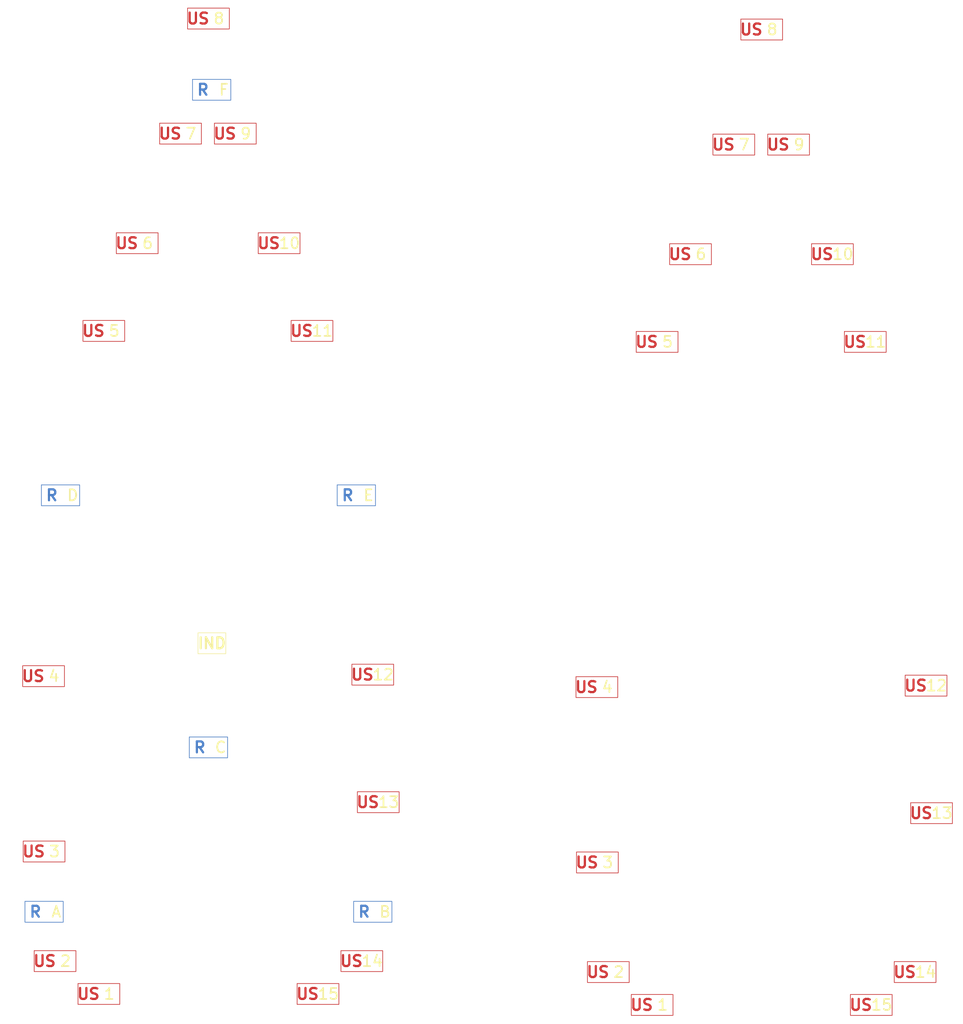
<source format=kicad_pcb>
(kicad_pcb (version 20211014) (generator pcbnew)
  (layers (0 "F.Cu" signal) (31 "B.Cu" signal) (34 "B.Paste" user) (35 "F.Paste" user) (36 "B.SilkS" user "B.Silkscreen") (37 "F.SilkS" user "F.Silkscreen") (38 "B.Mask" user) (39 "F.Mask" user) (44 "Edge.Cuts" user))
  (net 0 "")
  (footprint "Boat:UltraSonic" (layer "F.Cu") (at 43.095 168)
    (fp_text reference "3" (at 3.81 0 unlocked) (layer "F.SilkS") (effects (font (size 2 2) (thickness 0.3))))
    (fp_text value "UltraSonic")
    (fp_text user "US" (at 0 0 unlocked) (layer "F.Cu") (effects (font (size 2 2) (thickness 0.4))))
    (fp_rect (start -1.905 -1.905) (end 5.715 1.905) (layer "F.Cu") (width 0.12) (fill none))
  )
  (footprint "Boat:UltraSonic" (layer "F.Cu") (at 194.095 196)
    (fp_text reference "15" (at 3.81 0 unlocked) (layer "F.SilkS") (effects (font (size 2 2) (thickness 0.3))))
    (fp_text value "UltraSonic")
    (fp_text user "US" (at 0 0 unlocked) (layer "F.Cu") (effects (font (size 2 2) (thickness 0.4))))
    (fp_rect (start -1.905 -1.905) (end 5.715 1.905) (layer "F.Cu") (width 0.12) (fill none))
  )
  (footprint "Boat:UltraSonic" (layer "F.Cu") (at 60.095 57)
    (fp_text reference "6" (at 3.81 0 unlocked) (layer "F.SilkS") (effects (font (size 2 2) (thickness 0.3))))
    (fp_text value "UltraSonic")
    (fp_text user "US" (at 0 0 unlocked) (layer "F.Cu") (effects (font (size 2 2) (thickness 0.4))))
    (fp_rect (start -1.905 -1.905) (end 5.715 1.905) (layer "F.Cu") (width 0.12) (fill none))
  )
  (footprint "Boat:Responder" (layer "F.Cu") (at 43.4125 179)
    (fp_text reference "A" (at 3.81 0 unlocked) (layer "F.SilkS") (effects (font (size 2 2) (thickness 0.3))))
    (fp_text value "Responder")
    (fp_text user "R" (at 0 0 unlocked) (layer "B.Cu") (effects (font (size 2 2) (thickness 0.4))))
    (fp_rect (start -1.905 -1.905) (end 5.08 1.905) (layer "B.Cu") (width 0.12) (fill none))
  )
  (footprint "Boat:UltraSonic" (layer "F.Cu") (at 193 75)
    (fp_text reference "11" (at 3.81 0 unlocked) (layer "F.SilkS") (effects (font (size 2 2) (thickness 0.3))))
    (fp_text value "UltraSonic")
    (fp_text user "US" (at 0 0 unlocked) (layer "F.Cu") (effects (font (size 2 2) (thickness 0.4))))
    (fp_rect (start -1.905 -1.905) (end 5.715 1.905) (layer "F.Cu") (width 0.12) (fill none))
  )
  (footprint "Boat:UltraSonic" (layer "F.Cu") (at 187 59)
    (fp_text reference "10" (at 3.81 0 unlocked) (layer "F.SilkS") (effects (font (size 2 2) (thickness 0.3))))
    (fp_text value "UltraSonic")
    (fp_text user "US" (at 0 0 unlocked) (layer "F.Cu") (effects (font (size 2 2) (thickness 0.4))))
    (fp_rect (start -1.905 -1.905) (end 5.715 1.905) (layer "F.Cu") (width 0.12) (fill none))
  )
  (footprint "Boat:UltraSonic" (layer "F.Cu") (at 205.095 161)
    (fp_text reference "13" (at 3.81 0 unlocked) (layer "F.SilkS") (effects (font (size 2 2) (thickness 0.3))))
    (fp_text value "UltraSonic")
    (fp_text user "US" (at 0 0 unlocked) (layer "F.Cu") (effects (font (size 2 2) (thickness 0.4))))
    (fp_rect (start -1.905 -1.905) (end 5.715 1.905) (layer "F.Cu") (width 0.12) (fill none))
  )
  (footprint "Boat:Responder" (layer "F.Cu") (at 100.4125 103)
    (fp_text reference "E" (at 3.81 0 unlocked) (layer "F.SilkS") (effects (font (size 2 2) (thickness 0.3))))
    (fp_text value "Responder")
    (fp_text user "R" (at 0 0 unlocked) (layer "B.Cu") (effects (font (size 2 2) (thickness 0.4))))
    (fp_rect (start -1.905 -1.905) (end 5.08 1.905) (layer "B.Cu") (width 0.12) (fill none))
  )
  (footprint "Boat:UltraSonic" (layer "F.Cu") (at 144.095 170)
    (fp_text reference "3" (at 3.81 0 unlocked) (layer "F.SilkS") (effects (font (size 2 2) (thickness 0.3))))
    (fp_text value "UltraSonic")
    (fp_text user "US" (at 0 0 unlocked) (layer "F.Cu") (effects (font (size 2 2) (thickness 0.4))))
    (fp_rect (start -1.905 -1.905) (end 5.715 1.905) (layer "F.Cu") (width 0.12) (fill none))
  )
  (footprint "Boat:CentralUnit" (layer "F.Cu") (at 104 147)
    (fp_text reference "REF**" hide)
    (fp_text value "CentralUnit")
  )
  (footprint "Boat:UltraSonic" (layer "F.Cu") (at 104.095 159)
    (fp_text reference "13" (at 3.81 0 unlocked) (layer "F.SilkS") (effects (font (size 2 2) (thickness 0.3))))
    (fp_text value "UltraSonic")
    (fp_text user "US" (at 0 0 unlocked) (layer "F.Cu") (effects (font (size 2 2) (thickness 0.4))))
    (fp_rect (start -1.905 -1.905) (end 5.715 1.905) (layer "F.Cu") (width 0.12) (fill none))
  )
  (footprint "Boat:UltraSonic" (layer "F.Cu") (at 73.095 16)
    (fp_text reference "8" (at 3.81 0 unlocked) (layer "F.SilkS") (effects (font (size 2 2) (thickness 0.3))))
    (fp_text value "UltraSonic")
    (fp_text user "US" (at 0 0 unlocked) (layer "F.Cu") (effects (font (size 2 2) (thickness 0.4))))
    (fp_rect (start -1.905 -1.905) (end 5.715 1.905) (layer "F.Cu") (width 0.12) (fill none))
  )
  (footprint "Boat:UltraSonic" (layer "F.Cu") (at 144 138)
    (fp_text reference "4" (at 3.81 0 unlocked) (layer "F.SilkS") (effects (font (size 2 2) (thickness 0.3))))
    (fp_text value "UltraSonic")
    (fp_text user "US" (at 0 0 unlocked) (layer "F.Cu") (effects (font (size 2 2) (thickness 0.4))))
    (fp_rect (start -1.905 -1.905) (end 5.715 1.905) (layer "F.Cu") (width 0.12) (fill none))
  )
  (footprint "Boat:UltraSonic" (layer "F.Cu") (at 43 136)
    (fp_text reference "4" (at 3.81 0 unlocked) (layer "F.SilkS") (effects (font (size 2 2) (thickness 0.3))))
    (fp_text value "UltraSonic")
    (fp_text user "US" (at 0 0 unlocked) (layer "F.Cu") (effects (font (size 2 2) (thickness 0.4))))
    (fp_rect (start -1.905 -1.905) (end 5.715 1.905) (layer "F.Cu") (width 0.12) (fill none))
  )
  (footprint "Boat:UltraSonic" (layer "F.Cu") (at 154.095 196)
    (fp_text reference "1" (at 3.81 0 unlocked) (layer "F.SilkS") (effects (font (size 2 2) (thickness 0.3))))
    (fp_text value "UltraSonic")
    (fp_text user "US" (at 0 0 unlocked) (layer "F.Cu") (effects (font (size 2 2) (thickness 0.4))))
    (fp_rect (start -1.905 -1.905) (end 5.715 1.905) (layer "F.Cu") (width 0.12) (fill none))
  )
  (footprint "Boat:UltraSonic" (layer "F.Cu") (at 155 75)
    (fp_text reference "5" (at 3.81 0 unlocked) (layer "F.SilkS") (effects (font (size 2 2) (thickness 0.3))))
    (fp_text value "UltraSonic")
    (fp_text user "US" (at 0 0 unlocked) (layer "F.Cu") (effects (font (size 2 2) (thickness 0.4))))
    (fp_rect (start -1.905 -1.905) (end 5.715 1.905) (layer "F.Cu") (width 0.12) (fill none))
  )
  (footprint "Boat:UltraSonic" (layer "F.Cu") (at 54 73)
    (fp_text reference "5" (at 3.81 0 unlocked) (layer "F.SilkS") (effects (font (size 2 2) (thickness 0.3))))
    (fp_text value "UltraSonic")
    (fp_text user "US" (at 0 0 unlocked) (layer "F.Cu") (effects (font (size 2 2) (thickness 0.4))))
    (fp_rect (start -1.905 -1.905) (end 5.715 1.905) (layer "F.Cu") (width 0.12) (fill none))
  )
  (footprint "Boat:MotorControler" (layer "F.Cu") (at 105 172)
    (fp_text reference "REF**" hide)
    (fp_text value "MotorControler")
  )
  (footprint "Boat:UltraSonic" (layer "F.Cu") (at 146.095 190)
    (fp_text reference "2" (at 3.81 0 unlocked) (layer "F.SilkS") (effects (font (size 2 2) (thickness 0.3))))
    (fp_text value "UltraSonic")
    (fp_text user "US" (at 0 0 unlocked) (layer "F.Cu") (effects (font (size 2 2) (thickness 0.4))))
    (fp_rect (start -1.905 -1.905) (end 5.715 1.905) (layer "F.Cu") (width 0.12) (fill none))
  )
  (footprint "Boat:Responder" (layer "F.Cu") (at 46.4125 103)
    (fp_text reference "D" (at 3.81 0 unlocked) (layer "F.SilkS") (effects (font (size 2 2) (thickness 0.3))))
    (fp_text value "Responder")
    (fp_text user "R" (at 0 0 unlocked) (layer "B.Cu") (effects (font (size 2 2) (thickness 0.4))))
    (fp_rect (start -1.905 -1.905) (end 5.08 1.905) (layer "B.Cu") (width 0.12) (fill none))
  )
  (footprint "Boat:IND" (layer "F.Cu") (at 75 130)
    (fp_text reference "REF**" hide)
    (fp_text value "IND")
    (fp_text user "IND" (at 0.635 0 unlocked) (layer "F.SilkS") (effects (font (size 2 2) (thickness 0.4))))
    (fp_rect (start -1.905 -1.905) (end 3.175 1.905) (layer "F.SilkS") (width 0.12) (fill none))
  )
  (footprint "Boat:UltraSonic" (layer "F.Cu") (at 103.095 135.72947)
    (fp_text reference "12" (at 3.81 0 unlocked) (layer "F.SilkS") (effects (font (size 2 2) (thickness 0.3))))
    (fp_text value "UltraSonic")
    (fp_text user "US" (at 0 0 unlocked) (layer "F.Cu") (effects (font (size 2 2) (thickness 0.4))))
    (fp_rect (start -1.905 -1.905) (end 5.715 1.905) (layer "F.Cu") (width 0.12) (fill none))
  )
  (footprint "Boat:UltraSonic" (layer "F.Cu") (at 92 73)
    (fp_text reference "11" (at 3.81 0 unlocked) (layer "F.SilkS") (effects (font (size 2 2) (thickness 0.3))))
    (fp_text value "UltraSonic")
    (fp_text user "US" (at 0 0 unlocked) (layer "F.Cu") (effects (font (size 2 2) (thickness 0.4))))
    (fp_rect (start -1.905 -1.905) (end 5.715 1.905) (layer "F.Cu") (width 0.12) (fill none))
  )
  (footprint "Boat:UltraSonic" (layer "F.Cu") (at 78 37)
    (fp_text reference "9" (at 3.81 0 unlocked) (layer "F.SilkS") (effects (font (size 2 2) (thickness 0.3))))
    (fp_text value "UltraSonic")
    (fp_text user "US" (at 0 0 unlocked) (layer "F.Cu") (effects (font (size 2 2) (thickness 0.4))))
    (fp_rect (start -1.905 -1.905) (end 5.715 1.905) (layer "F.Cu") (width 0.12) (fill none))
  )
  (footprint "Boat:UltraSonic" (layer "F.Cu") (at 204.095 137.72947)
    (fp_text reference "12" (at 3.81 0 unlocked) (layer "F.SilkS") (effects (font (size 2 2) (thickness 0.3))))
    (fp_text value "UltraSonic")
    (fp_text user "US" (at 0 0 unlocked) (layer "F.Cu") (effects (font (size 2 2) (thickness 0.4))))
    (fp_rect (start -1.905 -1.905) (end 5.715 1.905) (layer "F.Cu") (width 0.12) (fill none))
  )
  (footprint "Boat:Responder" (layer "F.Cu") (at 74 29)
    (fp_text reference "F" (at 3.81 0 unlocked) (layer "F.SilkS") (effects (font (size 2 2) (thickness 0.3))))
    (fp_text value "Responder")
    (fp_text user "R" (at 0 0 unlocked) (layer "B.Cu") (effects (font (size 2 2) (thickness 0.4))))
    (fp_rect (start -1.905 -1.905) (end 5.08 1.905) (layer "B.Cu") (width 0.12) (fill none))
  )
  (footprint "Boat:ENC" (layer "F.Cu") (at 75 86)
    (fp_text reference "REF**" hide)
    (fp_text value "ENC")
  )
  (footprint "Boat:UltraSonic" (layer "F.Cu") (at 179 39)
    (fp_text reference "9" (at 3.81 0 unlocked) (layer "F.SilkS") (effects (font (size 2 2) (thickness 0.3))))
    (fp_text value "UltraSonic")
    (fp_text user "US" (at 0 0 unlocked) (layer "F.Cu") (effects (font (size 2 2) (thickness 0.4))))
    (fp_rect (start -1.905 -1.905) (end 5.715 1.905) (layer "F.Cu") (width 0.12) (fill none))
  )
  (footprint "Boat:UltraSonic" (layer "F.Cu") (at 202.095 190)
    (fp_text reference "14" (at 3.81 0 unlocked) (layer "F.SilkS") (effects (font (size 2 2) (thickness 0.3))))
    (fp_text value "UltraSonic")
    (fp_text user "US" (at 0 0 unlocked) (layer "F.Cu") (effects (font (size 2 2) (thickness 0.4))))
    (fp_rect (start -1.905 -1.905) (end 5.715 1.905) (layer "F.Cu") (width 0.12) (fill none))
  )
  (footprint "Boat:UltraSonic" (layer "F.Cu") (at 53.095 194)
    (fp_text reference "1" (at 3.81 0 unlocked) (layer "F.SilkS") (effects (font (size 2 2) (thickness 0.3))))
    (fp_text value "UltraSonic")
    (fp_text user "US" (at 0 0 unlocked) (layer "F.Cu") (effects (font (size 2 2) (thickness 0.4))))
    (fp_rect (start -1.905 -1.905) (end 5.715 1.905) (layer "F.Cu") (width 0.12) (fill none))
  )
  (footprint "Boat:UltraSonic" (layer "F.Cu") (at 161.095 59)
    (fp_text reference "6" (at 3.81 0 unlocked) (layer "F.SilkS") (effects (font (size 2 2) (thickness 0.3))))
    (fp_text value "UltraSonic")
    (fp_text user "US" (at 0 0 unlocked) (layer "F.Cu") (effects (font (size 2 2) (thickness 0.4))))
    (fp_rect (start -1.905 -1.905) (end 5.715 1.905) (layer "F.Cu") (width 0.12) (fill none))
  )
  (footprint "Boat:UltraSonic" (layer "F.Cu") (at 68 37)
    (fp_text reference "7" (at 3.81 0 unlocked) (layer "F.SilkS") (effects (font (size 2 2) (thickness 0.3))))
    (fp_text value "UltraSonic")
    (fp_text user "US" (at 0 0 unlocked) (layer "F.Cu") (effects (font (size 2 2) (thickness 0.4))))
    (fp_rect (start -1.905 -1.905) (end 5.715 1.905) (layer "F.Cu") (width 0.12) (fill none))
  )
  (footprint "Boat:Responder" (layer "F.Cu") (at 73.4125 149)
    (fp_text reference "C" (at 3.81 0 unlocked) (layer "F.SilkS") (effects (font (size 2 2) (thickness 0.3))))
    (fp_text value "Responder")
    (fp_text user "R" (at 0 0 unlocked) (layer "B.Cu") (effects (font (size 2 2) (thickness 0.4))))
    (fp_rect (start -1.905 -1.905) (end 5.08 1.905) (layer "B.Cu") (width 0.12) (fill none))
  )
  (footprint "Boat:UltraSonic" (layer "F.Cu") (at 174.095 18)
    (fp_text reference "8" (at 3.81 0 unlocked) (layer "F.SilkS") (effects (font (size 2 2) (thickness 0.3))))
    (fp_text value "UltraSonic")
    (fp_text user "US" (at 0 0 unlocked) (layer "F.Cu") (effects (font (size 2 2) (thickness 0.4))))
    (fp_rect (start -1.905 -1.905) (end 5.715 1.905) (layer "F.Cu") (width 0.12) (fill none))
  )
  (footprint "Boat:UltraSonic" (layer "F.Cu") (at 86 57)
    (fp_text reference "10" (at 3.81 0 unlocked) (layer "F.SilkS") (effects (font (size 2 2) (thickness 0.3))))
    (fp_text value "UltraSonic")
    (fp_text user "US" (at 0 0 unlocked) (layer "F.Cu") (effects (font (size 2 2) (thickness 0.4))))
    (fp_rect (start -1.905 -1.905) (end 5.715 1.905) (layer "F.Cu") (width 0.12) (fill none))
  )
  (footprint "Boat:UltraSonic" (layer "F.Cu") (at 101.095 188)
    (fp_text reference "14" (at 3.81 0 unlocked) (layer "F.SilkS") (effects (font (size 2 2) (thickness 0.3))))
    (fp_text value "UltraSonic")
    (fp_text user "US" (at 0 0 unlocked) (layer "F.Cu") (effects (font (size 2 2) (thickness 0.4))))
    (fp_rect (start -1.905 -1.905) (end 5.715 1.905) (layer "F.Cu") (width 0.12) (fill none))
  )
  (footprint "Boat:CentralUnit" (layer "F.Cu") (at 205 149)
    (fp_text reference "REF**" hide)
    (fp_text value "CentralUnit")
  )
  (footprint "Boat:UltraSonic" (layer "F.Cu") (at 45.095 188)
    (fp_text reference "2" (at 3.81 0 unlocked) (layer "F.SilkS") (effects (font (size 2 2) (thickness 0.3))))
    (fp_text value "UltraSonic")
    (fp_text user "US" (at 0 0 unlocked) (layer "F.Cu") (effects (font (size 2 2) (thickness 0.4))))
    (fp_rect (start -1.905 -1.905) (end 5.715 1.905) (layer "F.Cu") (width 0.12) (fill none))
  )
  (footprint "Boat:UltraSonic" (layer "F.Cu") (at 169 39)
    (fp_text reference "7" (at 3.81 0 unlocked) (layer "F.SilkS") (effects (font (size 2 2) (thickness 0.3))))
    (fp_text value "UltraSonic")
    (fp_text user "US" (at 0 0 unlocked) (layer "F.Cu") (effects (font (size 2 2) (thickness 0.4))))
    (fp_rect (start -1.905 -1.905) (end 5.715 1.905) (layer "F.Cu") (width 0.12) (fill none))
  )
  (footprint "Boat:UltraSonic" (layer "F.Cu") (at 93.095 194)
    (fp_text reference "15" (at 3.81 0 unlocked) (layer "F.SilkS") (effects (font (size 2 2) (thickness 0.3))))
    (fp_text value "UltraSonic")
    (fp_text user "US" (at 0 0 unlocked) (layer "F.Cu") (effects (font (size 2 2) (thickness 0.4))))
    (fp_rect (start -1.905 -1.905) (end 5.715 1.905) (layer "F.Cu") (width 0.12) (fill none))
  )
  (footprint "Boat:Responder" (layer "F.Cu") (at 103.4125 179)
    (fp_text reference "B" (at 3.81 0 unlocked) (layer "F.SilkS") (effects (font (size 2 2) (thickness 0.3))))
    (fp_text value "Responder")
    (fp_text user "R" (at 0 0 unlocked) (layer "B.Cu") (effects (font (size 2 2) (thickness 0.4))))
    (fp_rect (start -1.905 -1.905) (end 5.08 1.905) (layer "B.Cu") (width 0.12) (fill none))
  )
)
</source>
